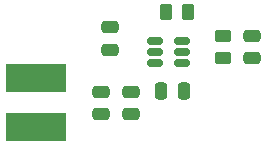
<source format=gbr>
%TF.GenerationSoftware,KiCad,Pcbnew,8.0.1*%
%TF.CreationDate,2024-04-10T00:32:00-05:00*%
%TF.ProjectId,ControlMixer,436f6e74-726f-46c4-9d69-7865722e6b69,rev?*%
%TF.SameCoordinates,Original*%
%TF.FileFunction,Paste,Bot*%
%TF.FilePolarity,Positive*%
%FSLAX46Y46*%
G04 Gerber Fmt 4.6, Leading zero omitted, Abs format (unit mm)*
G04 Created by KiCad (PCBNEW 8.0.1) date 2024-04-10 00:32:00*
%MOMM*%
%LPD*%
G01*
G04 APERTURE LIST*
G04 Aperture macros list*
%AMRoundRect*
0 Rectangle with rounded corners*
0 $1 Rounding radius*
0 $2 $3 $4 $5 $6 $7 $8 $9 X,Y pos of 4 corners*
0 Add a 4 corners polygon primitive as box body*
4,1,4,$2,$3,$4,$5,$6,$7,$8,$9,$2,$3,0*
0 Add four circle primitives for the rounded corners*
1,1,$1+$1,$2,$3*
1,1,$1+$1,$4,$5*
1,1,$1+$1,$6,$7*
1,1,$1+$1,$8,$9*
0 Add four rect primitives between the rounded corners*
20,1,$1+$1,$2,$3,$4,$5,0*
20,1,$1+$1,$4,$5,$6,$7,0*
20,1,$1+$1,$6,$7,$8,$9,0*
20,1,$1+$1,$8,$9,$2,$3,0*%
G04 Aperture macros list end*
%ADD10RoundRect,0.250000X0.262500X0.450000X-0.262500X0.450000X-0.262500X-0.450000X0.262500X-0.450000X0*%
%ADD11RoundRect,0.250000X0.475000X-0.250000X0.475000X0.250000X-0.475000X0.250000X-0.475000X-0.250000X0*%
%ADD12R,5.100000X2.350000*%
%ADD13RoundRect,0.250000X0.450000X-0.262500X0.450000X0.262500X-0.450000X0.262500X-0.450000X-0.262500X0*%
%ADD14RoundRect,0.150000X0.512500X0.150000X-0.512500X0.150000X-0.512500X-0.150000X0.512500X-0.150000X0*%
%ADD15RoundRect,0.250000X0.250000X0.475000X-0.250000X0.475000X-0.250000X-0.475000X0.250000X-0.475000X0*%
G04 APERTURE END LIST*
D10*
%TO.C,R2*%
X213037464Y-32305000D03*
X211212464Y-32305000D03*
%TD*%
D11*
%TO.C,C2.2*%
X205712464Y-41005000D03*
X205712464Y-39105000D03*
%TD*%
D12*
%TO.C,L1*%
X200212464Y-37905000D03*
X200212464Y-42055000D03*
%TD*%
D11*
%TO.C,C4*%
X218462464Y-36255000D03*
X218462464Y-34355000D03*
%TD*%
D13*
%TO.C,R1*%
X215962464Y-36217500D03*
X215962464Y-34392500D03*
%TD*%
D14*
%TO.C,U4*%
X212562464Y-34805000D03*
X212562464Y-35755000D03*
X212562464Y-36705000D03*
X210287464Y-36705000D03*
X210287464Y-35755000D03*
X210287464Y-34805000D03*
%TD*%
D11*
%TO.C,C2.1*%
X208212464Y-41005000D03*
X208212464Y-39105000D03*
%TD*%
%TO.C,C3*%
X206462464Y-35555000D03*
X206462464Y-33655000D03*
%TD*%
D15*
%TO.C,C1*%
X212662464Y-39055000D03*
X210762464Y-39055000D03*
%TD*%
M02*

</source>
